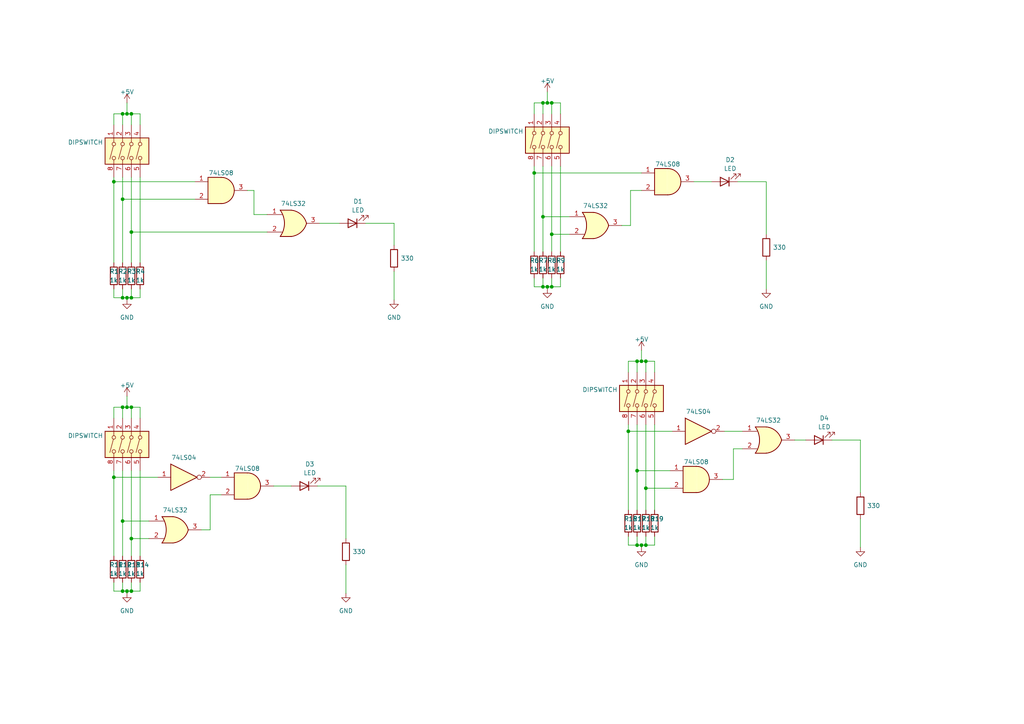
<source format=kicad_sch>
(kicad_sch (version 20230121) (generator eeschema)
  (paper "A4")
  (lib_symbols
    (symbol "74xx:74LS04"
      (property "Reference" "U" (at 0 1.27 0))
      (property "Value" "74LS04" (at 0 -1.27 0))
      (symbol "74LS04_1_0"
        (polyline (pts (xy -3.81 3.81) (xy -3.81 -3.81) (xy 3.81 0) (xy -3.81 3.81)) (stroke (width 0.254)) (fill (type background)))
        (pin input line (at -7.62 0 0) (length 3.81) (name "~") (number "1"))
        (pin output inverted (at 7.62 0 180) (length 3.81) (name "~") (number "2"))
      )
      (symbol "74LS04_2_0"
        (polyline (pts (xy -3.81 3.81) (xy -3.81 -3.81) (xy 3.81 0) (xy -3.81 3.81)) (stroke (width 0.254)) (fill (type background)))
        (pin input line (at -7.62 0 0) (length 3.81) (name "~") (number "3"))
        (pin output inverted (at 7.62 0 180) (length 3.81) (name "~") (number "4"))
      )
      (symbol "74LS04_3_0"
        (polyline (pts (xy -3.81 3.81) (xy -3.81 -3.81) (xy 3.81 0) (xy -3.81 3.81)) (stroke (width 0.254)) (fill (type background)))
        (pin input line (at -7.62 0 0) (length 3.81) (name "~") (number "5"))
        (pin output inverted (at 7.62 0 180) (length 3.81) (name "~") (number "6"))
      )
      (symbol "74LS04_4_0"
        (polyline (pts (xy -3.81 3.81) (xy -3.81 -3.81) (xy 3.81 0) (xy -3.81 3.81)) (stroke (width 0.254)) (fill (type background)))
        (pin output inverted (at 7.62 0 180) (length 3.81) (name "~") (number "8"))
        (pin input line (at -7.62 0 0) (length 3.81) (name "~") (number "9"))
      )
      (symbol "74LS04_5_0"
        (polyline (pts (xy -3.81 3.81) (xy -3.81 -3.81) (xy 3.81 0) (xy -3.81 3.81)) (stroke (width 0.254)) (fill (type background)))
        (pin output inverted (at 7.62 0 180) (length 3.81) (name "~") (number "10"))
        (pin input line (at -7.62 0 0) (length 3.81) (name "~") (number "11"))
      )
      (symbol "74LS04_6_0"
        (polyline (pts (xy -3.81 3.81) (xy -3.81 -3.81) (xy 3.81 0) (xy -3.81 3.81)) (stroke (width 0.254)) (fill (type background)))
        (pin output inverted (at 7.62 0 180) (length 3.81) (name "~") (number "12"))
        (pin input line (at -7.62 0 0) (length 3.81) (name "~") (number "13"))
      )
      (symbol "74LS04_7_0"
        (pin power_in line (at 0 12.7 270) (length 5.08) (name "VCC") (number "14"))
        (pin power_in line (at 0 -12.7 90) (length 5.08) (name "GND") (number "7"))
      )
      (symbol "74LS04_7_1"
        (rectangle (start -5.08 7.62) (end 5.08 -7.62) (stroke (width 0.254)) (fill (type background)))
      )
    )
    (symbol "74xx:74LS08" (pin_names (offset 1.016))
      (property "Reference" "U" (at 0 1.27 0))
      (property "Value" "74LS08" (at 0 -1.27 0))
      (symbol "74LS08_1_1"
        (arc (start 0 -3.81) (mid 3.7934 0) (end 0 3.81) (stroke (width 0.254)) (fill (type background)))
        (polyline (pts (xy 0 3.81) (xy -3.81 3.81) (xy -3.81 -3.81) (xy 0 -3.81)) (stroke (width 0.254)) (fill (type background)))
        (pin input line (at -7.62 2.54 0) (length 3.81) (name "~") (number "1"))
        (pin input line (at -7.62 -2.54 0) (length 3.81) (name "~") (number "2"))
        (pin output line (at 7.62 0 180) (length 3.81) (name "~") (number "3"))
      )
      (symbol "74LS08_1_2"
        (arc (start -3.81 -3.81) (mid -2.589 0) (end -3.81 3.81) (stroke (width 0.254)))
        (arc (start -0.6096 -3.81) (mid 2.1842 -2.5851) (end 3.81 0) (stroke (width 0.254)) (fill (type background)))
        (polyline (pts (xy -3.81 -3.81) (xy -0.635 -3.81)) (stroke (width 0.254)) (fill (type background)))
        (polyline (pts (xy -3.81 3.81) (xy -0.635 3.81)) (stroke (width 0.254)) (fill (type background)))
        (polyline (pts (xy -0.635 3.81) (xy -3.81 3.81) (xy -3.81 3.81) (xy -3.556 3.4036) (xy -3.0226 2.2606) (xy -2.6924 1.0414) (xy -2.6162 -0.254) (xy -2.7686 -1.4986) (xy -3.175 -2.7178) (xy -3.81 -3.81) (xy -3.81 -3.81) (xy -0.635 -3.81)) (stroke (width -25.4)) (fill (type background)))
        (arc (start 3.81 0) (mid 2.1915 2.5936) (end -0.6096 3.81) (stroke (width 0.254)) (fill (type background)))
        (pin input inverted (at -7.62 2.54 0) (length 4.318) (name "~") (number "1"))
        (pin input inverted (at -7.62 -2.54 0) (length 4.318) (name "~") (number "2"))
        (pin output inverted (at 7.62 0 180) (length 3.81) (name "~") (number "3"))
      )
      (symbol "74LS08_2_1"
        (arc (start 0 -3.81) (mid 3.7934 0) (end 0 3.81) (stroke (width 0.254)) (fill (type background)))
        (polyline (pts (xy 0 3.81) (xy -3.81 3.81) (xy -3.81 -3.81) (xy 0 -3.81)) (stroke (width 0.254)) (fill (type background)))
        (pin input line (at -7.62 2.54 0) (length 3.81) (name "~") (number "4"))
        (pin input line (at -7.62 -2.54 0) (length 3.81) (name "~") (number "5"))
        (pin output line (at 7.62 0 180) (length 3.81) (name "~") (number "6"))
      )
      (symbol "74LS08_2_2"
        (arc (start -3.81 -3.81) (mid -2.589 0) (end -3.81 3.81) (stroke (width 0.254)))
        (arc (start -0.6096 -3.81) (mid 2.1842 -2.5851) (end 3.81 0) (stroke (width 0.254)) (fill (type background)))
        (polyline (pts (xy -3.81 -3.81) (xy -0.635 -3.81)) (stroke (width 0.254)) (fill (type background)))
        (polyline (pts (xy -3.81 3.81) (xy -0.635 3.81)) (stroke (width 0.254)) (fill (type background)))
        (polyline (pts (xy -0.635 3.81) (xy -3.81 3.81) (xy -3.81 3.81) (xy -3.556 3.4036) (xy -3.0226 2.2606) (xy -2.6924 1.0414) (xy -2.6162 -0.254) (xy -2.7686 -1.4986) (xy -3.175 -2.7178) (xy -3.81 -3.81) (xy -3.81 -3.81) (xy -0.635 -3.81)) (stroke (width -25.4)) (fill (type background)))
        (arc (start 3.81 0) (mid 2.1915 2.5936) (end -0.6096 3.81) (stroke (width 0.254)) (fill (type background)))
        (pin input inverted (at -7.62 2.54 0) (length 4.318) (name "~") (number "4"))
        (pin input inverted (at -7.62 -2.54 0) (length 4.318) (name "~") (number "5"))
        (pin output inverted (at 7.62 0 180) (length 3.81) (name "~") (number "6"))
      )
      (symbol "74LS08_3_1"
        (arc (start 0 -3.81) (mid 3.7934 0) (end 0 3.81) (stroke (width 0.254)) (fill (type background)))
        (polyline (pts (xy 0 3.81) (xy -3.81 3.81) (xy -3.81 -3.81) (xy 0 -3.81)) (stroke (width 0.254)) (fill (type background)))
        (pin input line (at -7.62 -2.54 0) (length 3.81) (name "~") (number "10"))
        (pin output line (at 7.62 0 180) (length 3.81) (name "~") (number "8"))
        (pin input line (at -7.62 2.54 0) (length 3.81) (name "~") (number "9"))
      )
      (symbol "74LS08_3_2"
        (arc (start -3.81 -3.81) (mid -2.589 0) (end -3.81 3.81) (stroke (width 0.254)))
        (arc (start -0.6096 -3.81) (mid 2.1842 -2.5851) (end 3.81 0) (stroke (width 0.254)) (fill (type background)))
        (polyline (pts (xy -3.81 -3.81) (xy -0.635 -3.81)) (stroke (width 0.254)) (fill (type background)))
        (polyline (pts (xy -3.81 3.81) (xy -0.635 3.81)) (stroke (width 0.254)) (fill (type background)))
        (polyline (pts (xy -0.635 3.81) (xy -3.81 3.81) (xy -3.81 3.81) (xy -3.556 3.4036) (xy -3.0226 2.2606) (xy -2.6924 1.0414) (xy -2.6162 -0.254) (xy -2.7686 -1.4986) (xy -3.175 -2.7178) (xy -3.81 -3.81) (xy -3.81 -3.81) (xy -0.635 -3.81)) (stroke (width -25.4)) (fill (type background)))
        (arc (start 3.81 0) (mid 2.1915 2.5936) (end -0.6096 3.81) (stroke (width 0.254)) (fill (type background)))
        (pin input inverted (at -7.62 -2.54 0) (length 4.318) (name "~") (number "10"))
        (pin output inverted (at 7.62 0 180) (length 3.81) (name "~") (number "8"))
        (pin input inverted (at -7.62 2.54 0) (length 4.318) (name "~") (number "9"))
      )
      (symbol "74LS08_4_1"
        (arc (start 0 -3.81) (mid 3.7934 0) (end 0 3.81) (stroke (width 0.254)) (fill (type background)))
        (polyline (pts (xy 0 3.81) (xy -3.81 3.81) (xy -3.81 -3.81) (xy 0 -3.81)) (stroke (width 0.254)) (fill (type background)))
        (pin output line (at 7.62 0 180) (length 3.81) (name "~") (number "11"))
        (pin input line (at -7.62 2.54 0) (length 3.81) (name "~") (number "12"))
        (pin input line (at -7.62 -2.54 0) (length 3.81) (name "~") (number "13"))
      )
      (symbol "74LS08_4_2"
        (arc (start -3.81 -3.81) (mid -2.589 0) (end -3.81 3.81) (stroke (width 0.254)))
        (arc (start -0.6096 -3.81) (mid 2.1842 -2.5851) (end 3.81 0) (stroke (width 0.254)) (fill (type background)))
        (polyline (pts (xy -3.81 -3.81) (xy -0.635 -3.81)) (stroke (width 0.254)) (fill (type background)))
        (polyline (pts (xy -3.81 3.81) (xy -0.635 3.81)) (stroke (width 0.254)) (fill (type background)))
        (polyline (pts (xy -0.635 3.81) (xy -3.81 3.81) (xy -3.81 3.81) (xy -3.556 3.4036) (xy -3.0226 2.2606) (xy -2.6924 1.0414) (xy -2.6162 -0.254) (xy -2.7686 -1.4986) (xy -3.175 -2.7178) (xy -3.81 -3.81) (xy -3.81 -3.81) (xy -0.635 -3.81)) (stroke (width -25.4)) (fill (type background)))
        (arc (start 3.81 0) (mid 2.1915 2.5936) (end -0.6096 3.81) (stroke (width 0.254)) (fill (type background)))
        (pin output inverted (at 7.62 0 180) (length 3.81) (name "~") (number "11"))
        (pin input inverted (at -7.62 2.54 0) (length 4.318) (name "~") (number "12"))
        (pin input inverted (at -7.62 -2.54 0) (length 4.318) (name "~") (number "13"))
      )
      (symbol "74LS08_5_0"
        (pin power_in line (at 0 12.7 270) (length 5.08) (name "VCC") (number "14"))
        (pin power_in line (at 0 -12.7 90) (length 5.08) (name "GND") (number "7"))
      )
      (symbol "74LS08_5_1"
        (rectangle (start -5.08 7.62) (end 5.08 -7.62) (stroke (width 0.254)) (fill (type background)))
      )
    )
    (symbol "74xx:74LS32" (pin_names (offset 1.016))
      (property "Reference" "U" (at 0 1.27 0))
      (property "Value" "74LS32" (at 0 -1.27 0))
      (symbol "74LS32_1_1"
        (arc (start -3.81 -3.81) (mid -2.589 0) (end -3.81 3.81) (stroke (width 0.254)))
        (arc (start -0.6096 -3.81) (mid 2.1842 -2.5851) (end 3.81 0) (stroke (width 0.254)) (fill (type background)))
        (polyline (pts (xy -3.81 -3.81) (xy -0.635 -3.81)) (stroke (width 0.254)) (fill (type background)))
        (polyline (pts (xy -3.81 3.81) (xy -0.635 3.81)) (stroke (width 0.254)) (fill (type background)))
        (polyline (pts (xy -0.635 3.81) (xy -3.81 3.81) (xy -3.81 3.81) (xy -3.556 3.4036) (xy -3.0226 2.2606) (xy -2.6924 1.0414) (xy -2.6162 -0.254) (xy -2.7686 -1.4986) (xy -3.175 -2.7178) (xy -3.81 -3.81) (xy -3.81 -3.81) (xy -0.635 -3.81)) (stroke (width -25.4)) (fill (type background)))
        (arc (start 3.81 0) (mid 2.1915 2.5936) (end -0.6096 3.81) (stroke (width 0.254)) (fill (type background)))
        (pin input line (at -7.62 2.54 0) (length 4.318) (name "~") (number "1"))
        (pin input line (at -7.62 -2.54 0) (length 4.318) (name "~") (number "2"))
        (pin output line (at 7.62 0 180) (length 3.81) (name "~") (number "3"))
      )
      (symbol "74LS32_1_2"
        (arc (start 0 -3.81) (mid 3.7934 0) (end 0 3.81) (stroke (width 0.254)) (fill (type background)))
        (polyline (pts (xy 0 3.81) (xy -3.81 3.81) (xy -3.81 -3.81) (xy 0 -3.81)) (stroke (width 0.254)) (fill (type background)))
        (pin input inverted (at -7.62 2.54 0) (length 3.81) (name "~") (number "1"))
        (pin input inverted (at -7.62 -2.54 0) (length 3.81) (name "~") (number "2"))
        (pin output inverted (at 7.62 0 180) (length 3.81) (name "~") (number "3"))
      )
      (symbol "74LS32_2_1"
        (arc (start -3.81 -3.81) (mid -2.589 0) (end -3.81 3.81) (stroke (width 0.254)))
        (arc (start -0.6096 -3.81) (mid 2.1842 -2.5851) (end 3.81 0) (stroke (width 0.254)) (fill (type background)))
        (polyline (pts (xy -3.81 -3.81) (xy -0.635 -3.81)) (stroke (width 0.254)) (fill (type background)))
        (polyline (pts (xy -3.81 3.81) (xy -0.635 3.81)) (stroke (width 0.254)) (fill (type background)))
        (polyline (pts (xy -0.635 3.81) (xy -3.81 3.81) (xy -3.81 3.81) (xy -3.556 3.4036) (xy -3.0226 2.2606) (xy -2.6924 1.0414) (xy -2.6162 -0.254) (xy -2.7686 -1.4986) (xy -3.175 -2.7178) (xy -3.81 -3.81) (xy -3.81 -3.81) (xy -0.635 -3.81)) (stroke (width -25.4)) (fill (type background)))
        (arc (start 3.81 0) (mid 2.1915 2.5936) (end -0.6096 3.81) (stroke (width 0.254)) (fill (type background)))
        (pin input line (at -7.62 2.54 0) (length 4.318) (name "~") (number "4"))
        (pin input line (at -7.62 -2.54 0) (length 4.318) (name "~") (number "5"))
        (pin output line (at 7.62 0 180) (length 3.81) (name "~") (number "6"))
      )
      (symbol "74LS32_2_2"
        (arc (start 0 -3.81) (mid 3.7934 0) (end 0 3.81) (stroke (width 0.254)) (fill (type background)))
        (polyline (pts (xy 0 3.81) (xy -3.81 3.81) (xy -3.81 -3.81) (xy 0 -3.81)) (stroke (width 0.254)) (fill (type background)))
        (pin input inverted (at -7.62 2.54 0) (length 3.81) (name "~") (number "4"))
        (pin input inverted (at -7.62 -2.54 0) (length 3.81) (name "~") (number "5"))
        (pin output inverted (at 7.62 0 180) (length 3.81) (name "~") (number "6"))
      )
      (symbol "74LS32_3_1"
        (arc (start -3.81 -3.81) (mid -2.589 0) (end -3.81 3.81) (stroke (width 0.254)))
        (arc (start -0.6096 -3.81) (mid 2.1842 -2.5851) (end 3.81 0) (stroke (width 0.254)) (fill (type background)))
        (polyline (pts (xy -3.81 -3.81) (xy -0.635 -3.81)) (stroke (width 0.254)) (fill (type background)))
        (polyline (pts (xy -3.81 3.81) (xy -0.635 3.81)) (stroke (width 0.254)) (fill (type background)))
        (polyline (pts (xy -0.635 3.81) (xy -3.81 3.81) (xy -3.81 3.81) (xy -3.556 3.4036) (xy -3.0226 2.2606) (xy -2.6924 1.0414) (xy -2.6162 -0.254) (xy -2.7686 -1.4986) (xy -3.175 -2.7178) (xy -3.81 -3.81) (xy -3.81 -3.81) (xy -0.635 -3.81)) (stroke (width -25.4)) (fill (type background)))
        (arc (start 3.81 0) (mid 2.1915 2.5936) (end -0.6096 3.81) (stroke (width 0.254)) (fill (type background)))
        (pin input line (at -7.62 -2.54 0) (length 4.318) (name "~") (number "10"))
        (pin output line (at 7.62 0 180) (length 3.81) (name "~") (number "8"))
        (pin input line (at -7.62 2.54 0) (length 4.318) (name "~") (number "9"))
      )
      (symbol "74LS32_3_2"
        (arc (start 0 -3.81) (mid 3.7934 0) (end 0 3.81) (stroke (width 0.254)) (fill (type background)))
        (polyline (pts (xy 0 3.81) (xy -3.81 3.81) (xy -3.81 -3.81) (xy 0 -3.81)) (stroke (width 0.254)) (fill (type background)))
        (pin input inverted (at -7.62 -2.54 0) (length 3.81) (name "~") (number "10"))
        (pin output inverted (at 7.62 0 180) (length 3.81) (name "~") (number "8"))
        (pin input inverted (at -7.62 2.54 0) (length 3.81) (name "~") (number "9"))
      )
      (symbol "74LS32_4_1"
        (arc (start -3.81 -3.81) (mid -2.589 0) (end -3.81 3.81) (stroke (width 0.254)))
        (arc (start -0.6096 -3.81) (mid 2.1842 -2.5851) (end 3.81 0) (stroke (width 0.254)) (fill (type background)))
        (polyline (pts (xy -3.81 -3.81) (xy -0.635 -3.81)) (stroke (width 0.254)) (fill (type background)))
        (polyline (pts (xy -3.81 3.81) (xy -0.635 3.81)) (stroke (width 0.254)) (fill (type background)))
        (polyline (pts (xy -0.635 3.81) (xy -3.81 3.81) (xy -3.81 3.81) (xy -3.556 3.4036) (xy -3.0226 2.2606) (xy -2.6924 1.0414) (xy -2.6162 -0.254) (xy -2.7686 -1.4986) (xy -3.175 -2.7178) (xy -3.81 -3.81) (xy -3.81 -3.81) (xy -0.635 -3.81)) (stroke (width -25.4)) (fill (type background)))
        (arc (start 3.81 0) (mid 2.1915 2.5936) (end -0.6096 3.81) (stroke (width 0.254)) (fill (type background)))
        (pin output line (at 7.62 0 180) (length 3.81) (name "~") (number "11"))
        (pin input line (at -7.62 2.54 0) (length 4.318) (name "~") (number "12"))
        (pin input line (at -7.62 -2.54 0) (length 4.318) (name "~") (number "13"))
      )
      (symbol "74LS32_4_2"
        (arc (start 0 -3.81) (mid 3.7934 0) (end 0 3.81) (stroke (width 0.254)) (fill (type background)))
        (polyline (pts (xy 0 3.81) (xy -3.81 3.81) (xy -3.81 -3.81) (xy 0 -3.81)) (stroke (width 0.254)) (fill (type background)))
        (pin output inverted (at 7.62 0 180) (length 3.81) (name "~") (number "11"))
        (pin input inverted (at -7.62 2.54 0) (length 3.81) (name "~") (number "12"))
        (pin input inverted (at -7.62 -2.54 0) (length 3.81) (name "~") (number "13"))
      )
      (symbol "74LS32_5_0"
        (pin power_in line (at 0 12.7 270) (length 5.08) (name "VCC") (number "14"))
        (pin power_in line (at 0 -12.7 90) (length 5.08) (name "GND") (number "7"))
      )
      (symbol "74LS32_5_1"
        (rectangle (start -5.08 7.62) (end 5.08 -7.62) (stroke (width 0.254)) (fill (type background)))
      )
    )
    (symbol "Device:LED" (pin_numbers hide) (pin_names (offset 1.016) hide)
      (property "Reference" "D" (at 0 2.54 0))
      (property "Value" "LED" (at 0 -2.54 0))
      (symbol "LED_0_1"
        (polyline (pts (xy -1.27 -1.27) (xy -1.27 1.27)) (stroke (width 0.254)))
        (polyline (pts (xy -1.27 0) (xy 1.27 0)))
        (polyline (pts (xy 1.27 -1.27) (xy 1.27 1.27) (xy -1.27 0) (xy 1.27 -1.27)) (stroke (width 0.254)))
        (polyline (pts (xy -3.048 -0.762) (xy -4.572 -2.286) (xy -3.81 -2.286) (xy -4.572 -2.286) (xy -4.572 -1.524)))
        (polyline (pts (xy -1.778 -0.762) (xy -3.302 -2.286) (xy -2.54 -2.286) (xy -3.302 -2.286) (xy -3.302 -1.524)))
      )
      (symbol "LED_1_1"
        (pin passive line (at -3.81 0 0) (length 2.54) (name "K") (number "1"))
        (pin passive line (at 3.81 0 180) (length 2.54) (name "A") (number "2"))
      )
    )
    (symbol "Device:R" (pin_numbers hide) (pin_names (offset 0))
      (property "Reference" "R" (at 2.032 0 90))
      (property "Value" "R" (at 0 0 90))
      (symbol "R_0_1"
        (rectangle (start -1.016 -2.54) (end 1.016 2.54) (stroke (width 0.254)))
      )
      (symbol "R_1_1"
        (pin passive line (at 0 3.81 270) (length 1.27) (name "~") (number "1"))
        (pin passive line (at 0 -3.81 90) (length 1.27) (name "~") (number "2"))
      )
    )
    (symbol "Switch:SW_DIP_x04" (pin_names (offset 0) hide)
      (property "Reference" "SW" (at 0 8.89 0))
      (property "Value" "SW_DIP_x04" (at 0 -6.35 0))
      (symbol "SW_DIP_x04_0_0"
        (circle (center -2.032 -2.54) (radius 0.508))
        (circle (center -2.032 0) (radius 0.508))
        (circle (center -2.032 2.54) (radius 0.508))
        (circle (center -2.032 5.08) (radius 0.508))
        (polyline (pts (xy -1.524 -2.3876) (xy 2.3622 -1.3462)))
        (polyline (pts (xy -1.524 0.127) (xy 2.3622 1.1684)))
        (polyline (pts (xy -1.524 2.667) (xy 2.3622 3.7084)))
        (polyline (pts (xy -1.524 5.207) (xy 2.3622 6.2484)))
        (circle (center 2.032 -2.54) (radius 0.508))
        (circle (center 2.032 0) (radius 0.508))
        (circle (center 2.032 2.54) (radius 0.508))
        (circle (center 2.032 5.08) (radius 0.508))
      )
      (symbol "SW_DIP_x04_0_1"
        (rectangle (start -3.81 7.62) (end 3.81 -5.08) (stroke (width 0.254)) (fill (type background)))
      )
      (symbol "SW_DIP_x04_1_1"
        (pin passive line (at -7.62 5.08 0) (length 5.08) (name "~") (number "1"))
        (pin passive line (at -7.62 2.54 0) (length 5.08) (name "~") (number "2"))
        (pin passive line (at -7.62 0 0) (length 5.08) (name "~") (number "3"))
        (pin passive line (at -7.62 -2.54 0) (length 5.08) (name "~") (number "4"))
        (pin passive line (at 7.62 -2.54 180) (length 5.08) (name "~") (number "5"))
        (pin passive line (at 7.62 0 180) (length 5.08) (name "~") (number "6"))
        (pin passive line (at 7.62 2.54 180) (length 5.08) (name "~") (number "7"))
        (pin passive line (at 7.62 5.08 180) (length 5.08) (name "~") (number "8"))
      )
    )
    (symbol "power:+5V" (power) (pin_names (offset 0))
      (property "Value" "+5V" (at 0 3.556 0))
      (symbol "+5V_0_1"
        (polyline (pts (xy -0.762 1.27) (xy 0 2.54)))
        (polyline (pts (xy 0 0) (xy 0 2.54)))
        (polyline (pts (xy 0 2.54) (xy 0.762 1.27)))
      )
      (symbol "+5V_1_1"
        (pin power_in line (at 0 0 90) (length 0) hide (name "+5V") (number "1"))
      )
    )
    (symbol "power:GND" (power) (pin_names (offset 0))
      (property "Value" "GND" (at 0 -3.81 0))
      (symbol "GND_0_1"
        (polyline (pts (xy 0 0) (xy 0 -1.27) (xy 1.27 -1.27) (xy 0 -2.54) (xy -1.27 -1.27) (xy 0 -1.27)))
      )
      (symbol "GND_1_1"
        (pin power_in line (at 0 0 270) (length 0) hide (name "GND") (number "1"))
      )
    )
  )
  (junction (at 184.785 158.115))
  (junction (at 160.02 29.845))
  (junction (at 160.02 83.185))
  (junction (at 36.83 118.11))
  (junction (at 36.83 33.02))
  (junction (at 35.56 151.13))
  (junction (at 187.325 158.115))
  (junction (at 38.1 156.21))
  (junction (at 187.325 104.775))
  (junction (at 186.055 158.115))
  (junction (at 184.785 136.525))
  (junction (at 158.75 83.185))
  (junction (at 38.1 33.02))
  (junction (at 154.94 50.165))
  (junction (at 36.83 86.36))
  (junction (at 35.56 171.45))
  (junction (at 38.1 118.11))
  (junction (at 38.1 171.45))
  (junction (at 36.83 171.45))
  (junction (at 35.56 33.02))
  (junction (at 184.785 104.775))
  (junction (at 186.055 104.775))
  (junction (at 35.56 86.36))
  (junction (at 35.56 118.11))
  (junction (at 157.48 29.845))
  (junction (at 33.02 52.705))
  (junction (at 35.56 57.785))
  (junction (at 38.1 86.36))
  (junction (at 33.02 138.43))
  (junction (at 157.48 62.865))
  (junction (at 160.02 67.945))
  (junction (at 182.245 125.095))
  (junction (at 38.1 67.31))
  (junction (at 157.48 83.185))
  (junction (at 187.325 141.605))
  (junction (at 158.75 29.845))
  (wire (pts (xy 182.245 155.575) (xy 182.245 158.115)))
  (wire (pts (xy 182.245 125.095) (xy 194.945 125.095)))
  (wire (pts (xy 38.1 118.11) (xy 38.1 121.285)))
  (wire (pts (xy 40.64 51.435) (xy 40.64 76.2)))
  (wire (pts (xy 33.02 138.43) (xy 33.02 161.29)))
  (wire (pts (xy 162.56 83.185) (xy 162.56 80.645)))
  (wire (pts (xy 35.56 136.525) (xy 35.56 151.13)))
  (wire (pts (xy 184.785 158.115) (xy 186.055 158.115)))
  (wire (pts (xy 38.1 156.21) (xy 43.18 156.21)))
  (wire (pts (xy 213.995 52.705) (xy 222.25 52.705)))
  (wire (pts (xy 38.1 67.31) (xy 77.47 67.31)))
  (wire (pts (xy 38.1 156.21) (xy 38.1 161.29)))
  (wire (pts (xy 92.71 64.77) (xy 98.425 64.77)))
  (wire (pts (xy 58.42 153.67) (xy 60.96 153.67)))
  (wire (pts (xy 40.64 171.45) (xy 40.64 168.91)))
  (wire (pts (xy 38.1 118.11) (xy 40.64 118.11)))
  (wire (pts (xy 38.1 86.36) (xy 40.64 86.36)))
  (wire (pts (xy 36.83 86.36) (xy 38.1 86.36)))
  (wire (pts (xy 33.02 136.525) (xy 33.02 138.43)))
  (wire (pts (xy 182.245 123.19) (xy 182.245 125.095)))
  (wire (pts (xy 184.785 104.775) (xy 184.785 107.95)))
  (wire (pts (xy 35.56 151.13) (xy 43.18 151.13)))
  (wire (pts (xy 154.94 33.02) (xy 154.94 29.845)))
  (wire (pts (xy 180.34 65.405) (xy 182.88 65.405)))
  (wire (pts (xy 100.33 163.83) (xy 100.33 172.085)))
  (wire (pts (xy 36.83 33.02) (xy 38.1 33.02)))
  (wire (pts (xy 241.3 127.635) (xy 249.555 127.635)))
  (wire (pts (xy 186.055 158.115) (xy 186.055 158.75)))
  (wire (pts (xy 187.325 141.605) (xy 194.31 141.605)))
  (wire (pts (xy 36.83 171.45) (xy 38.1 171.45)))
  (wire (pts (xy 73.66 62.23) (xy 73.66 55.245)))
  (wire (pts (xy 38.1 83.82) (xy 38.1 86.36)))
  (wire (pts (xy 187.325 158.115) (xy 189.865 158.115)))
  (wire (pts (xy 114.3 78.74) (xy 114.3 86.995)))
  (wire (pts (xy 187.325 123.19) (xy 187.325 141.605)))
  (wire (pts (xy 158.75 26.67) (xy 158.75 29.845)))
  (wire (pts (xy 162.56 48.26) (xy 162.56 73.025)))
  (wire (pts (xy 33.02 138.43) (xy 45.72 138.43)))
  (wire (pts (xy 157.48 83.185) (xy 158.75 83.185)))
  (wire (pts (xy 187.325 104.775) (xy 187.325 107.95)))
  (wire (pts (xy 154.94 83.185) (xy 157.48 83.185)))
  (wire (pts (xy 212.725 130.175) (xy 215.265 130.175)))
  (wire (pts (xy 40.64 136.525) (xy 40.64 161.29)))
  (wire (pts (xy 186.055 101.6) (xy 186.055 104.775)))
  (wire (pts (xy 186.055 104.775) (xy 187.325 104.775)))
  (wire (pts (xy 33.02 83.82) (xy 33.02 86.36)))
  (wire (pts (xy 210.185 125.095) (xy 215.265 125.095)))
  (wire (pts (xy 209.55 139.065) (xy 212.725 139.065)))
  (wire (pts (xy 182.88 65.405) (xy 182.88 55.245)))
  (wire (pts (xy 184.785 104.775) (xy 186.055 104.775)))
  (wire (pts (xy 35.56 51.435) (xy 35.56 57.785)))
  (wire (pts (xy 38.1 168.91) (xy 38.1 171.45)))
  (wire (pts (xy 35.56 118.11) (xy 35.56 121.285)))
  (wire (pts (xy 114.3 64.77) (xy 114.3 71.12)))
  (wire (pts (xy 187.325 155.575) (xy 187.325 158.115)))
  (wire (pts (xy 38.1 136.525) (xy 38.1 156.21)))
  (wire (pts (xy 60.96 153.67) (xy 60.96 143.51)))
  (wire (pts (xy 182.245 125.095) (xy 182.245 147.955)))
  (wire (pts (xy 33.02 118.11) (xy 35.56 118.11)))
  (wire (pts (xy 184.785 123.19) (xy 184.785 136.525)))
  (wire (pts (xy 35.56 33.02) (xy 36.83 33.02)))
  (wire (pts (xy 36.83 118.11) (xy 38.1 118.11)))
  (wire (pts (xy 33.02 86.36) (xy 35.56 86.36)))
  (wire (pts (xy 73.66 55.245) (xy 71.755 55.245)))
  (wire (pts (xy 40.64 86.36) (xy 40.64 83.82)))
  (wire (pts (xy 182.245 107.95) (xy 182.245 104.775)))
  (wire (pts (xy 36.83 86.36) (xy 36.83 86.995)))
  (wire (pts (xy 186.055 158.115) (xy 187.325 158.115)))
  (wire (pts (xy 184.785 155.575) (xy 184.785 158.115)))
  (wire (pts (xy 33.02 121.285) (xy 33.02 118.11)))
  (wire (pts (xy 35.56 118.11) (xy 36.83 118.11)))
  (wire (pts (xy 33.02 36.195) (xy 33.02 33.02)))
  (wire (pts (xy 182.88 55.245) (xy 186.055 55.245)))
  (wire (pts (xy 157.48 62.865) (xy 157.48 73.025)))
  (wire (pts (xy 158.75 83.185) (xy 160.02 83.185)))
  (wire (pts (xy 60.96 138.43) (xy 64.135 138.43)))
  (wire (pts (xy 35.56 151.13) (xy 35.56 161.29)))
  (wire (pts (xy 33.02 168.91) (xy 33.02 171.45)))
  (wire (pts (xy 35.56 33.02) (xy 35.56 36.195)))
  (wire (pts (xy 158.75 29.845) (xy 160.02 29.845)))
  (wire (pts (xy 36.83 29.845) (xy 36.83 33.02)))
  (wire (pts (xy 36.83 171.45) (xy 36.83 172.085)))
  (wire (pts (xy 160.02 29.845) (xy 160.02 33.02)))
  (wire (pts (xy 160.02 83.185) (xy 162.56 83.185)))
  (wire (pts (xy 189.865 158.115) (xy 189.865 155.575)))
  (wire (pts (xy 160.02 80.645) (xy 160.02 83.185)))
  (wire (pts (xy 162.56 29.845) (xy 162.56 33.02)))
  (wire (pts (xy 160.02 67.945) (xy 165.1 67.945)))
  (wire (pts (xy 249.555 127.635) (xy 249.555 142.875)))
  (wire (pts (xy 40.64 118.11) (xy 40.64 121.285)))
  (wire (pts (xy 92.075 140.97) (xy 100.33 140.97)))
  (wire (pts (xy 35.56 57.785) (xy 35.56 76.2)))
  (wire (pts (xy 38.1 171.45) (xy 40.64 171.45)))
  (wire (pts (xy 222.25 75.565) (xy 222.25 83.82)))
  (wire (pts (xy 35.56 57.785) (xy 56.515 57.785)))
  (wire (pts (xy 33.02 33.02) (xy 35.56 33.02)))
  (wire (pts (xy 33.02 52.705) (xy 33.02 76.2)))
  (wire (pts (xy 33.02 52.705) (xy 56.515 52.705)))
  (wire (pts (xy 184.785 136.525) (xy 194.31 136.525)))
  (wire (pts (xy 160.02 48.26) (xy 160.02 67.945)))
  (wire (pts (xy 38.1 33.02) (xy 38.1 36.195)))
  (wire (pts (xy 222.25 52.705) (xy 222.25 67.945)))
  (wire (pts (xy 35.56 86.36) (xy 36.83 86.36)))
  (wire (pts (xy 35.56 168.91) (xy 35.56 171.45)))
  (wire (pts (xy 60.96 143.51) (xy 64.135 143.51)))
  (wire (pts (xy 106.045 64.77) (xy 114.3 64.77)))
  (wire (pts (xy 182.245 104.775) (xy 184.785 104.775)))
  (wire (pts (xy 189.865 123.19) (xy 189.865 147.955)))
  (wire (pts (xy 38.1 51.435) (xy 38.1 67.31)))
  (wire (pts (xy 100.33 140.97) (xy 100.33 156.21)))
  (wire (pts (xy 212.725 139.065) (xy 212.725 130.175)))
  (wire (pts (xy 157.48 29.845) (xy 157.48 33.02)))
  (wire (pts (xy 182.245 158.115) (xy 184.785 158.115)))
  (wire (pts (xy 187.325 141.605) (xy 187.325 147.955)))
  (wire (pts (xy 158.75 83.185) (xy 158.75 83.82)))
  (wire (pts (xy 33.02 51.435) (xy 33.02 52.705)))
  (wire (pts (xy 201.295 52.705) (xy 206.375 52.705)))
  (wire (pts (xy 157.48 62.865) (xy 165.1 62.865)))
  (wire (pts (xy 157.48 48.26) (xy 157.48 62.865)))
  (wire (pts (xy 36.83 114.935) (xy 36.83 118.11)))
  (wire (pts (xy 184.785 136.525) (xy 184.785 147.955)))
  (wire (pts (xy 154.94 48.26) (xy 154.94 50.165)))
  (wire (pts (xy 160.02 29.845) (xy 162.56 29.845)))
  (wire (pts (xy 157.48 80.645) (xy 157.48 83.185)))
  (wire (pts (xy 35.56 83.82) (xy 35.56 86.36)))
  (wire (pts (xy 160.02 67.945) (xy 160.02 73.025)))
  (wire (pts (xy 157.48 29.845) (xy 158.75 29.845)))
  (wire (pts (xy 33.02 171.45) (xy 35.56 171.45)))
  (wire (pts (xy 154.94 50.165) (xy 186.055 50.165)))
  (wire (pts (xy 40.64 33.02) (xy 40.64 36.195)))
  (wire (pts (xy 154.94 29.845) (xy 157.48 29.845)))
  (wire (pts (xy 38.1 33.02) (xy 40.64 33.02)))
  (wire (pts (xy 230.505 127.635) (xy 233.68 127.635)))
  (wire (pts (xy 189.865 104.775) (xy 189.865 107.95)))
  (wire (pts (xy 38.1 67.31) (xy 38.1 76.2)))
  (wire (pts (xy 154.94 50.165) (xy 154.94 73.025)))
  (wire (pts (xy 79.375 140.97) (xy 84.455 140.97)))
  (wire (pts (xy 187.325 104.775) (xy 189.865 104.775)))
  (wire (pts (xy 77.47 62.23) (xy 73.66 62.23)))
  (wire (pts (xy 35.56 171.45) (xy 36.83 171.45)))
  (wire (pts (xy 249.555 150.495) (xy 249.555 158.75)))
  (wire (pts (xy 154.94 80.645) (xy 154.94 83.185)))
  (symbol (lib_id "74xx:74LS32") (at 172.72 65.405 0) (unit 1)
    (property "Reference" "U4" (effects hide))
    (property "Value" "74LS32" (at 172.72 59.69 0))
    (property "Datasheet" "http://www.ti.com/lit/gpn/sn74LS32" (effects hide))
  )
  (symbol (lib_id "power:+5V") (at 36.83 29.845 0) (unit 1)
    (property "Reference" "#PWR02" (effects hide))
    (property "Value" "+5V" (at 36.83 26.67 0))
  )
  (symbol (lib_id "Switch:SW_DIP_x04") (at 38.1 128.905 90) (mirror x) (unit 1)
    (property "Reference" "SW3" (effects hide))
    (property "Value" "DIPSWITCH" (at 19.685 126.365 90) (effects (justify right)))
  )
  (symbol (lib_id "Device:R") (at 222.25 71.755 0) (unit 1)
    (property "Reference" "R10" (effects hide))
    (property "Value" "330" (at 224.155 71.755 0) (effects (justify left)))
  )
  (symbol (lib_id "Device:R") (at 38.1 80.01 0) (unit 1)
    (property "Reference" "R3" (at 36.83 78.74 0) (effects (justify left)))
    (property "Value" "1k" (at 36.83 81.28 0) (effects (justify left)))
  )
  (symbol (lib_id "Device:R") (at 33.02 80.01 0) (unit 1)
    (property "Reference" "R1" (at 31.75 78.74 0) (effects (justify left)))
    (property "Value" "1k" (at 31.75 81.28 0) (effects (justify left)))
  )
  (symbol (lib_id "Device:R") (at 154.94 76.835 0) (unit 1)
    (property "Reference" "R6" (at 153.67 75.565 0) (effects (justify left)))
    (property "Value" "1k" (at 153.67 78.105 0) (effects (justify left)))
  )
  (symbol (lib_id "Device:R") (at 40.64 80.01 0) (unit 1)
    (property "Reference" "R4" (at 39.37 78.74 0) (effects (justify left)))
    (property "Value" "1k" (at 39.37 81.28 0) (effects (justify left)))
  )
  (symbol (lib_id "Device:LED") (at 88.265 140.97 180) (unit 1)
    (property "Reference" "D3" (at 89.8525 134.62 0))
    (property "Value" "LED" (at 89.8525 137.16 0))
  )
  (symbol (lib_id "Device:R") (at 182.245 151.765 0) (unit 1)
    (property "Reference" "R16" (at 180.975 150.495 0) (effects (justify left)))
    (property "Value" "1k" (at 180.975 153.035 0) (effects (justify left)))
  )
  (symbol (lib_id "Device:R") (at 189.865 151.765 0) (unit 1)
    (property "Reference" "R19" (at 188.595 150.495 0) (effects (justify left)))
    (property "Value" "1k" (at 188.595 153.035 0) (effects (justify left)))
  )
  (symbol (lib_id "Device:R") (at 162.56 76.835 0) (unit 1)
    (property "Reference" "R9" (at 161.29 75.565 0) (effects (justify left)))
    (property "Value" "1k" (at 161.29 78.105 0) (effects (justify left)))
  )
  (symbol (lib_id "Device:R") (at 157.48 76.835 0) (unit 1)
    (property "Reference" "R7" (at 156.21 75.565 0) (effects (justify left)))
    (property "Value" "1k" (at 156.21 78.105 0) (effects (justify left)))
  )
  (symbol (lib_id "power:+5V") (at 186.055 101.6 0) (unit 1)
    (property "Reference" "#PWR010" (effects hide))
    (property "Value" "+5V" (at 186.055 98.425 0))
  )
  (symbol (lib_id "74xx:74LS08") (at 201.93 139.065 0) (unit 1)
    (property "Reference" "U10" (effects hide))
    (property "Value" "74LS08" (at 201.9217 133.985 0))
    (property "Datasheet" "http://www.ti.com/lit/gpn/sn74LS08" (effects hide))
  )
  (symbol (lib_id "power:GND") (at 249.555 158.75 0) (unit 1)
    (property "Reference" "#PWR012" (effects hide))
    (property "Value" "GND" (at 249.555 163.83 0))
  )
  (symbol (lib_id "Device:LED") (at 237.49 127.635 180) (unit 1)
    (property "Reference" "D4" (at 239.0775 121.285 0))
    (property "Value" "LED" (at 239.0775 123.825 0))
  )
  (symbol (lib_id "power:GND") (at 222.25 83.82 0) (unit 1)
    (property "Reference" "#PWR06" (effects hide))
    (property "Value" "GND" (at 222.25 88.9 0))
  )
  (symbol (lib_id "Device:R") (at 187.325 151.765 0) (unit 1)
    (property "Reference" "R18" (at 186.055 150.495 0) (effects (justify left)))
    (property "Value" "1k" (at 186.055 153.035 0) (effects (justify left)))
  )
  (symbol (lib_id "74xx:74LS32") (at 50.8 153.67 0) (unit 1)
    (property "Reference" "U6" (effects hide))
    (property "Value" "74LS32" (at 50.8 147.955 0))
    (property "Datasheet" "http://www.ti.com/lit/gpn/sn74LS32" (effects hide))
  )
  (symbol (lib_id "power:GND") (at 186.055 158.75 0) (unit 1)
    (property "Reference" "#PWR011" (effects hide))
    (property "Value" "GND" (at 186.055 163.83 0))
  )
  (symbol (lib_id "Device:R") (at 33.02 165.1 0) (unit 1)
    (property "Reference" "R11" (at 31.75 163.83 0) (effects (justify left)))
    (property "Value" "1k" (at 31.75 166.37 0) (effects (justify left)))
  )
  (symbol (lib_id "power:+5V") (at 36.83 114.935 0) (unit 1)
    (property "Reference" "#PWR07" (effects hide))
    (property "Value" "+5V" (at 36.83 111.76 0))
  )
  (symbol (lib_id "74xx:74LS08") (at 64.135 55.245 0) (unit 1)
    (property "Reference" "U1" (effects hide))
    (property "Value" "74LS08" (at 64.1267 50.165 0))
    (property "Datasheet" "http://www.ti.com/lit/gpn/sn74LS08" (effects hide))
  )
  (symbol (lib_id "power:+5V") (at 158.75 26.67 0) (unit 1)
    (property "Reference" "#PWR04" (effects hide))
    (property "Value" "+5V" (at 158.75 23.495 0))
  )
  (symbol (lib_id "Device:LED") (at 102.235 64.77 180) (unit 1)
    (property "Reference" "D1" (at 103.8225 58.42 0))
    (property "Value" "LED" (at 103.8225 60.96 0))
  )
  (symbol (lib_id "Device:LED") (at 210.185 52.705 180) (unit 1)
    (property "Reference" "D2" (at 211.7725 46.355 0))
    (property "Value" "LED" (at 211.7725 48.895 0))
  )
  (symbol (lib_id "74xx:74LS04") (at 53.34 138.43 0) (unit 1)
    (property "Reference" "U5" (effects hide))
    (property "Value" "74LS04" (at 53.34 132.715 0))
    (property "Datasheet" "http://www.ti.com/lit/gpn/sn74LS04" (effects hide))
  )
  (symbol (lib_id "Device:R") (at 160.02 76.835 0) (unit 1)
    (property "Reference" "R8" (at 158.75 75.565 0) (effects (justify left)))
    (property "Value" "1k" (at 158.75 78.105 0) (effects (justify left)))
  )
  (symbol (lib_id "Switch:SW_DIP_x04") (at 187.325 115.57 90) (mirror x) (unit 1)
    (property "Reference" "SW4" (effects hide))
    (property "Value" "DIPSWITCH" (at 168.91 113.03 90) (effects (justify right)))
  )
  (symbol (lib_id "Device:R") (at 40.64 165.1 0) (unit 1)
    (property "Reference" "R14" (at 39.37 163.83 0) (effects (justify left)))
    (property "Value" "1k" (at 39.37 166.37 0) (effects (justify left)))
  )
  (symbol (lib_id "74xx:74LS04") (at 202.565 125.095 0) (unit 1)
    (property "Reference" "U9" (effects hide))
    (property "Value" "74LS04" (at 202.565 119.38 0))
    (property "Datasheet" "http://www.ti.com/lit/gpn/sn74LS04" (effects hide))
  )
  (symbol (lib_id "power:GND") (at 100.33 172.085 0) (unit 1)
    (property "Reference" "#PWR09" (effects hide))
    (property "Value" "GND" (at 100.33 177.165 0))
  )
  (symbol (lib_id "power:GND") (at 36.83 172.085 0) (unit 1)
    (property "Reference" "#PWR08" (effects hide))
    (property "Value" "GND" (at 36.83 177.165 0))
  )
  (symbol (lib_id "Device:R") (at 249.555 146.685 0) (unit 1)
    (property "Reference" "R20" (effects hide))
    (property "Value" "330" (at 251.46 146.685 0) (effects (justify left)))
  )
  (symbol (lib_id "power:GND") (at 36.83 86.995 0) (unit 1)
    (property "Reference" "#PWR01" (effects hide))
    (property "Value" "GND" (at 36.83 92.075 0))
  )
  (symbol (lib_id "Device:R") (at 35.56 165.1 0) (unit 1)
    (property "Reference" "R12" (at 34.29 163.83 0) (effects (justify left)))
    (property "Value" "1k" (at 34.29 166.37 0) (effects (justify left)))
  )
  (symbol (lib_id "74xx:74LS08") (at 193.675 52.705 0) (unit 1)
    (property "Reference" "U3" (effects hide))
    (property "Value" "74LS08" (at 193.6667 47.625 0))
    (property "Datasheet" "http://www.ti.com/lit/gpn/sn74LS08" (effects hide))
  )
  (symbol (lib_id "74xx:74LS32") (at 222.885 127.635 0) (unit 1)
    (property "Reference" "U8" (effects hide))
    (property "Value" "74LS32" (at 222.885 121.92 0))
    (property "Datasheet" "http://www.ti.com/lit/gpn/sn74LS32" (effects hide))
  )
  (symbol (lib_id "Device:R") (at 114.3 74.93 0) (unit 1)
    (property "Reference" "R5" (effects hide))
    (property "Value" "330" (at 116.205 74.93 0) (effects (justify left)))
  )
  (symbol (lib_id "Switch:SW_DIP_x04") (at 160.02 40.64 90) (mirror x) (unit 1)
    (property "Reference" "SW2" (effects hide))
    (property "Value" "DIPSWITCH" (at 141.605 38.1 90) (effects (justify right)))
  )
  (symbol (lib_id "Switch:SW_DIP_x04") (at 38.1 43.815 90) (mirror x) (unit 1)
    (property "Reference" "SW1" (effects hide))
    (property "Value" "DIPSWITCH" (at 19.685 41.275 90) (effects (justify right)))
  )
  (symbol (lib_id "Device:R") (at 35.56 80.01 0) (unit 1)
    (property "Reference" "R2" (at 34.29 78.74 0) (effects (justify left)))
    (property "Value" "1k" (at 34.29 81.28 0) (effects (justify left)))
  )
  (symbol (lib_id "Device:R") (at 184.785 151.765 0) (unit 1)
    (property "Reference" "R17" (at 183.515 150.495 0) (effects (justify left)))
    (property "Value" "1k" (at 183.515 153.035 0) (effects (justify left)))
  )
  (symbol (lib_id "74xx:74LS32") (at 85.09 64.77 0) (unit 1)
    (property "Reference" "U2" (effects hide))
    (property "Value" "74LS32" (at 85.09 59.055 0))
    (property "Datasheet" "http://www.ti.com/lit/gpn/sn74LS32" (effects hide))
  )
  (symbol (lib_id "74xx:74LS08") (at 71.755 140.97 0) (unit 1)
    (property "Reference" "U7" (effects hide))
    (property "Value" "74LS08" (at 71.7467 135.89 0))
    (property "Datasheet" "http://www.ti.com/lit/gpn/sn74LS08" (effects hide))
  )
  (symbol (lib_id "power:GND") (at 158.75 83.82 0) (unit 1)
    (property "Reference" "#PWR05" (effects hide))
    (property "Value" "GND" (at 158.75 88.9 0))
  )
  (symbol (lib_id "Device:R") (at 100.33 160.02 0) (unit 1)
    (property "Reference" "R15" (effects hide))
    (property "Value" "330" (at 102.235 160.02 0) (effects (justify left)))
  )
  (symbol (lib_id "Device:R") (at 38.1 165.1 0) (unit 1)
    (property "Reference" "R13" (at 36.83 163.83 0) (effects (justify left)))
    (property "Value" "1k" (at 36.83 166.37 0) (effects (justify left)))
  )
  (symbol (lib_id "power:GND") (at 114.3 86.995 0) (unit 1)
    (property "Reference" "#PWR03" (effects hide))
    (property "Value" "GND" (at 114.3 92.075 0))
  )
)
</source>
